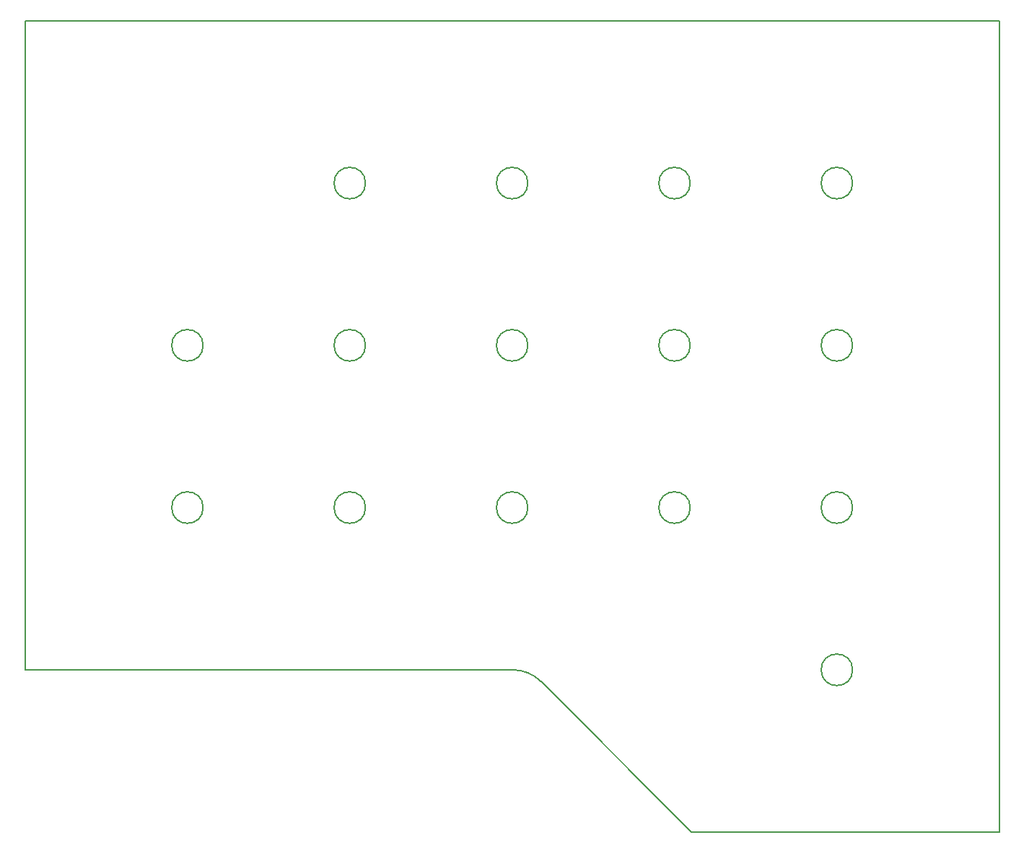
<source format=gbp>
G04 #@! TF.GenerationSoftware,KiCad,Pcbnew,(6.0.0)*
G04 #@! TF.CreationDate,2022-06-08T22:37:19+08:00*
G04 #@! TF.ProjectId,wf50_pcb,77663530-5f70-4636-922e-6b696361645f,rev?*
G04 #@! TF.SameCoordinates,Original*
G04 #@! TF.FileFunction,Paste,Bot*
G04 #@! TF.FilePolarity,Positive*
%FSLAX46Y46*%
G04 Gerber Fmt 4.6, Leading zero omitted, Abs format (unit mm)*
G04 Created by KiCad (PCBNEW (6.0.0)) date 2022-06-08 22:37:19*
%MOMM*%
%LPD*%
G01*
G04 APERTURE LIST*
G04 #@! TA.AperFunction,Profile*
%ADD10C,0.150000*%
G04 #@! TD*
G04 APERTURE END LIST*
D10*
X58995300Y-66674850D02*
G75*
G03*
X58995300Y-66674850I-1850000J0D01*
G01*
X19045885Y-28575000D02*
X133345800Y-28575000D01*
X133345800Y-123824330D02*
X97253375Y-123824330D01*
X97253375Y-123824330D02*
X79575605Y-106146559D01*
X76262750Y-104774330D02*
X19045885Y-104774330D01*
X116145300Y-47624850D02*
G75*
G03*
X116145300Y-47624850I-1850000J0D01*
G01*
X39945300Y-66674850D02*
G75*
G03*
X39945300Y-66674850I-1850000J0D01*
G01*
X19045885Y-104774330D02*
X19045885Y-28575000D01*
X97095300Y-66674850D02*
G75*
G03*
X97095300Y-66674850I-1850000J0D01*
G01*
X79575605Y-106146559D02*
G75*
G03*
X76262750Y-104774330I-3312857J-3312861D01*
G01*
X58995300Y-47624850D02*
G75*
G03*
X58995300Y-47624850I-1850000J0D01*
G01*
X58995300Y-85724850D02*
G75*
G03*
X58995300Y-85724850I-1850000J0D01*
G01*
X116145300Y-85724850D02*
G75*
G03*
X116145300Y-85724850I-1850000J0D01*
G01*
X39945300Y-85724850D02*
G75*
G03*
X39945300Y-85724850I-1850000J0D01*
G01*
X97095300Y-85724850D02*
G75*
G03*
X97095300Y-85724850I-1850000J0D01*
G01*
X78045300Y-47624850D02*
G75*
G03*
X78045300Y-47624850I-1850000J0D01*
G01*
X97095300Y-47624850D02*
G75*
G03*
X97095300Y-47624850I-1850000J0D01*
G01*
X116145300Y-104774850D02*
G75*
G03*
X116145300Y-104774850I-1850000J0D01*
G01*
X133345800Y-28575000D02*
X133345800Y-123824330D01*
X78045300Y-85724850D02*
G75*
G03*
X78045300Y-85724850I-1850000J0D01*
G01*
X78045300Y-66674850D02*
G75*
G03*
X78045300Y-66674850I-1850000J0D01*
G01*
X116145300Y-66674850D02*
G75*
G03*
X116145300Y-66674850I-1850000J0D01*
G01*
M02*

</source>
